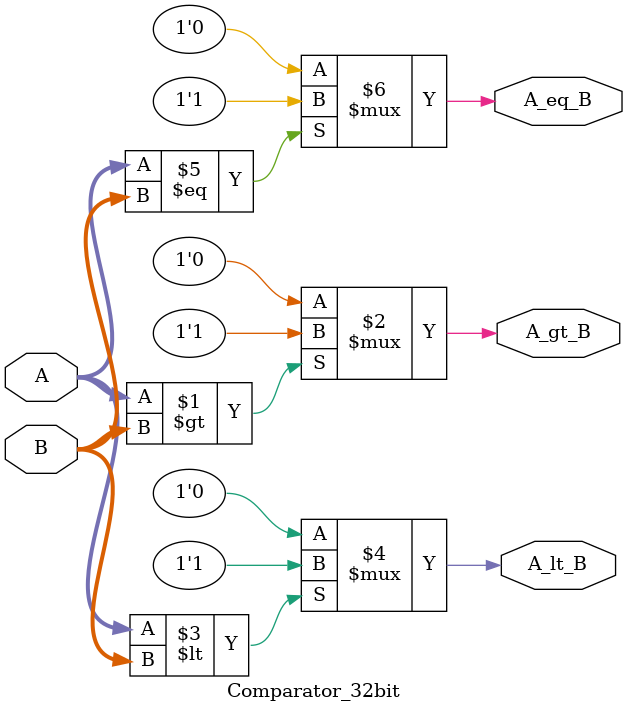
<source format=v>
module Comparator_32bit (
    input wire [31:0] A,      // 32-bit input A
    input wire [31:0] B,      // 32-bit input B
    output wire A_gt_B,       // Output: 1 if A > B
    output wire A_lt_B,       // Output: 1 if A < B
    output wire A_eq_B        // Output: 1 if A == B
);

    assign A_gt_B = (A > B) ? 1'b1 : 1'b0;  // A > B condition
    assign A_lt_B = (A < B) ? 1'b1 : 1'b0;  // A < B condition
    assign A_eq_B = (A == B) ? 1'b1 : 1'b0; // A == B condition

endmodule

</source>
